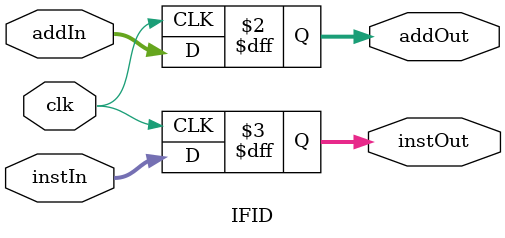
<source format=v>
`timescale 1ns / 1ps


module IFID(clk, addIn, instIn, addOut, instOut);
input clk;
input [7:0] addIn;
input [31:0] instIn;

output reg [7:0] addOut;
output reg [31:0] instOut;

always@(posedge clk)
begin

addOut = addIn;
instOut = instIn;

end
endmodule

</source>
